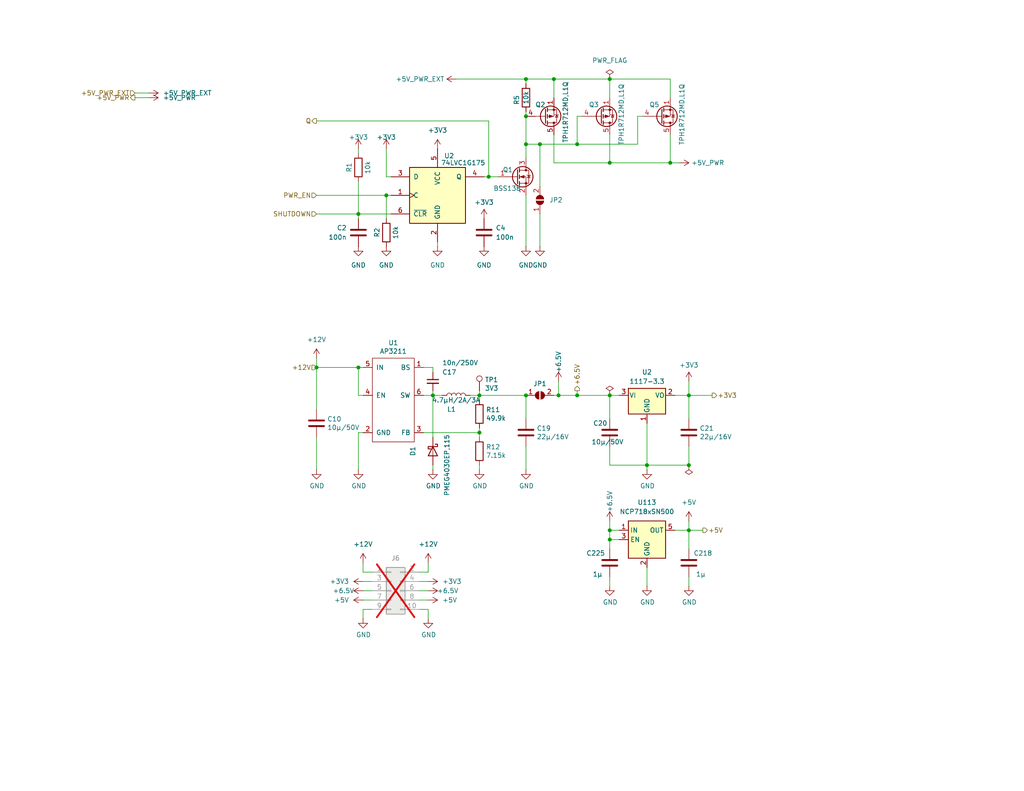
<source format=kicad_sch>
(kicad_sch (version 20231120) (generator "eeschema") (generator_version "8.0")
  (paper "A")
  (title_block (title "bitaxeHex") (date "2023-12-28") (rev "302"))
  (lib_symbols
    (symbol "74xGxx:74LVC1G175" (pin_names (offset 1.016))
      (property "Reference" "U" (at -5.08 10.16 0))
      (property "Value" "74LVC1G175" (at 10.16 -10.16 0))
      (symbol "74LVC1G175_0_1"
        (rectangle (start -7.62 7.62) (end 7.62 -7.62) (stroke (width 0.254)) (fill (type background)))
      )
      (symbol "74LVC1G175_1_1"
        (pin input clock (at -12.7 0 0) (length 5.08) (name "C") (number "1"))
        (pin power_in line (at 0 -12.7 90) (length 5.08) (name "GND") (number "2"))
        (pin input line (at -12.7 5.08 0) (length 5.08) (name "D") (number "3"))
        (pin output line (at 12.7 5.08 180) (length 5.08) (name "Q") (number "4"))
        (pin power_in line (at 0 12.7 270) (length 5.08) (name "VCC") (number "5"))
        (pin input line (at -12.7 -5.08 0) (length 5.08) (name "~{CLR}") (number "6"))
      )
    )
    (symbol "Connector:TestPoint" (pin_numbers hide) (pin_names (offset 0.762) hide)
      (property "Reference" "TP" (at 0 6.858 0))
      (property "Value" "TestPoint" (at 0 5.08 0))
      (symbol "TestPoint_0_1"
        (circle (center 0 3.302) (radius 0.762))
      )
      (symbol "TestPoint_1_1"
        (pin passive line (at 0 0 90) (length 2.54) (name "1") (number "1"))
      )
    )
    (symbol "Connector_Generic:Conn_02x05_Odd_Even" (pin_names (offset 1.016) hide)
      (property "Reference" "J" (at 1.27 7.62 0))
      (property "Value" "Conn_02x05_Odd_Even" (at 1.27 -7.62 0))
      (symbol "Conn_02x05_Odd_Even_1_1"
        (rectangle (start -1.27 -4.953) (end 0 -5.207) (stroke (width 0.1524)))
        (rectangle (start -1.27 -2.413) (end 0 -2.667) (stroke (width 0.1524)))
        (rectangle (start -1.27 0.127) (end 0 -0.127) (stroke (width 0.1524)))
        (rectangle (start -1.27 2.667) (end 0 2.413) (stroke (width 0.1524)))
        (rectangle (start -1.27 5.207) (end 0 4.953) (stroke (width 0.1524)))
        (rectangle (start -1.27 6.35) (end 3.81 -6.35) (stroke (width 0.254)) (fill (type background)))
        (rectangle (start 3.81 -4.953) (end 2.54 -5.207) (stroke (width 0.1524)))
        (rectangle (start 3.81 -2.413) (end 2.54 -2.667) (stroke (width 0.1524)))
        (rectangle (start 3.81 0.127) (end 2.54 -0.127) (stroke (width 0.1524)))
        (rectangle (start 3.81 2.667) (end 2.54 2.413) (stroke (width 0.1524)))
        (rectangle (start 3.81 5.207) (end 2.54 4.953) (stroke (width 0.1524)))
        (pin passive line (at -5.08 5.08 0) (length 3.81) (name "Pin_1") (number "1"))
        (pin passive line (at 7.62 -5.08 180) (length 3.81) (name "Pin_10") (number "10"))
        (pin passive line (at 7.62 5.08 180) (length 3.81) (name "Pin_2") (number "2"))
        (pin passive line (at -5.08 2.54 0) (length 3.81) (name "Pin_3") (number "3"))
        (pin passive line (at 7.62 2.54 180) (length 3.81) (name "Pin_4") (number "4"))
        (pin passive line (at -5.08 0 0) (length 3.81) (name "Pin_5") (number "5"))
        (pin passive line (at 7.62 0 180) (length 3.81) (name "Pin_6") (number "6"))
        (pin passive line (at -5.08 -2.54 0) (length 3.81) (name "Pin_7") (number "7"))
        (pin passive line (at 7.62 -2.54 180) (length 3.81) (name "Pin_8") (number "8"))
        (pin passive line (at -5.08 -5.08 0) (length 3.81) (name "Pin_9") (number "9"))
      )
    )
    (symbol "Device:C" (pin_numbers hide) (pin_names (offset 0.254))
      (property "Reference" "C" (at 0.635 2.54 0))
      (property "Value" "C" (at 0.635 -2.54 0))
      (symbol "C_0_1"
        (polyline (pts (xy -2.032 -0.762) (xy 2.032 -0.762)) (stroke (width 0.508)))
        (polyline (pts (xy -2.032 0.762) (xy 2.032 0.762)) (stroke (width 0.508)))
      )
      (symbol "C_1_1"
        (pin passive line (at 0 3.81 270) (length 2.794) (name "~") (number "1"))
        (pin passive line (at 0 -3.81 90) (length 2.794) (name "~") (number "2"))
      )
    )
    (symbol "Device:C_Small" (pin_numbers hide) (pin_names (offset 0.254) hide)
      (property "Reference" "C" (at 0.254 1.778 0))
      (property "Value" "C_Small" (at 0.254 -2.032 0))
      (symbol "C_Small_0_1"
        (polyline (pts (xy -1.524 -0.508) (xy 1.524 -0.508)) (stroke (width 0.3302)))
        (polyline (pts (xy -1.524 0.508) (xy 1.524 0.508)) (stroke (width 0.3048)))
      )
      (symbol "C_Small_1_1"
        (pin passive line (at 0 2.54 270) (length 2.032) (name "~") (number "1"))
        (pin passive line (at 0 -2.54 90) (length 2.032) (name "~") (number "2"))
      )
    )
    (symbol "Device:D_Schottky" (pin_numbers hide) (pin_names (offset 1.016) hide)
      (property "Reference" "D" (at 0 2.54 0))
      (property "Value" "D_Schottky" (at 0 -2.54 0))
      (symbol "D_Schottky_0_1"
        (polyline (pts (xy 1.27 0) (xy -1.27 0)))
        (polyline (pts (xy 1.27 1.27) (xy 1.27 -1.27) (xy -1.27 0) (xy 1.27 1.27)) (stroke (width 0.254)))
        (polyline (pts (xy -1.905 0.635) (xy -1.905 1.27) (xy -1.27 1.27) (xy -1.27 -1.27) (xy -0.635 -1.27) (xy -0.635 -0.635)) (stroke (width 0.254)))
      )
      (symbol "D_Schottky_1_1"
        (pin passive line (at -3.81 0 0) (length 2.54) (name "K") (number "1"))
        (pin passive line (at 3.81 0 180) (length 2.54) (name "A") (number "2"))
      )
    )
    (symbol "Device:L" (pin_numbers hide) (pin_names (offset 1.016) hide)
      (property "Reference" "L" (at -1.27 0 90))
      (property "Value" "L" (at 1.905 0 90))
      (symbol "L_0_1"
        (arc (start 0 -2.54) (mid 0.6323 -1.905) (end 0 -1.27))
        (arc (start 0 -1.27) (mid 0.6323 -0.635) (end 0 0))
        (arc (start 0 0) (mid 0.6323 0.635) (end 0 1.27))
        (arc (start 0 1.27) (mid 0.6323 1.905) (end 0 2.54))
      )
      (symbol "L_1_1"
        (pin passive line (at 0 3.81 270) (length 1.27) (name "1") (number "1"))
        (pin passive line (at 0 -3.81 90) (length 1.27) (name "2") (number "2"))
      )
    )
    (symbol "Device:R" (pin_numbers hide) (pin_names (offset 0))
      (property "Reference" "R" (at 2.032 0 90))
      (property "Value" "R" (at 0 0 90))
      (symbol "R_0_1"
        (rectangle (start -1.016 -2.54) (end 1.016 2.54) (stroke (width 0.254)))
      )
      (symbol "R_1_1"
        (pin passive line (at 0 3.81 270) (length 1.27) (name "~") (number "1"))
        (pin passive line (at 0 -3.81 90) (length 1.27) (name "~") (number "2"))
      )
    )
    (symbol "Jumper:SolderJumper_2_Open" (pin_names (offset 0) hide)
      (property "Reference" "JP" (at 0 2.032 0))
      (property "Value" "SolderJumper_2_Open" (at 0 -2.54 0))
      (symbol "SolderJumper_2_Open_0_1"
        (arc (start -0.254 1.016) (mid -1.2656 0) (end -0.254 -1.016))
        (arc (start -0.254 1.016) (mid -1.2656 0) (end -0.254 -1.016) (fill (type outline)))
        (polyline (pts (xy -0.254 1.016) (xy -0.254 -1.016)))
        (polyline (pts (xy 0.254 1.016) (xy 0.254 -1.016)))
        (arc (start 0.254 -1.016) (mid 1.2656 0) (end 0.254 1.016))
        (arc (start 0.254 -1.016) (mid 1.2656 0) (end 0.254 1.016) (fill (type outline)))
      )
      (symbol "SolderJumper_2_Open_1_1"
        (pin passive line (at -3.81 0 0) (length 2.54) (name "A") (number "1"))
        (pin passive line (at 3.81 0 180) (length 2.54) (name "B") (number "2"))
      )
    )
    (symbol "PWR_FLAG_1" (power) (pin_numbers hide) (pin_names (offset 0) hide)
      (property "Value" "PWR_FLAG" (at 0 3.81 0))
      (symbol "PWR_FLAG_1_0_0"
        (pin power_out line (at 0 0 90) (length 0) (name "~") (number "1"))
      )
      (symbol "PWR_FLAG_1_0_1"
        (polyline (pts (xy 0 0) (xy 0 1.27) (xy -1.016 1.905) (xy 0 2.54) (xy 1.016 1.905) (xy 0 1.27)))
      )
    )
    (symbol "Regulator_Linear:AZ1117-3.3" (pin_names (offset 0.254))
      (property "Reference" "U" (at -3.81 3.175 0))
      (property "Value" "AZ1117-3.3" (at 0 3.175 0))
      (symbol "AZ1117-3.3_0_1"
        (rectangle (start -5.08 1.905) (end 5.08 -5.08) (stroke (width 0.254)) (fill (type background)))
      )
      (symbol "AZ1117-3.3_1_1"
        (pin power_in line (at 0 -7.62 90) (length 2.54) (name "GND") (number "1"))
        (pin power_out line (at 7.62 0 180) (length 2.54) (name "VO") (number "2"))
        (pin power_in line (at -7.62 0 0) (length 2.54) (name "VI") (number "3"))
      )
    )
    (symbol "Regulator_Linear:NCP718xSN500"
      (property "Reference" "U" (at -3.81 6.35 0))
      (property "Value" "NCP718xSN500" (at 6.35 6.35 0))
      (symbol "NCP718xSN500_0_1"
        (rectangle (start -5.08 -5.08) (end 5.08 5.08) (stroke (width 0.254)) (fill (type background)))
        (pin power_in line (at -7.62 2.54 0) (length 2.54) (name "IN") (number "1"))
        (pin power_in line (at 0 -7.62 90) (length 2.54) (name "GND") (number "2"))
        (pin input line (at -7.62 0 0) (length 2.54) (name "EN") (number "3"))
        (pin no_connect line (at 5.08 0 180) (length 2.54) hide (name "NC") (number "4"))
        (pin power_out line (at 7.62 2.54 180) (length 2.54) (name "OUT") (number "5"))
      )
    )
    (symbol "Transistor_FET:AON6411" (pin_names hide)
      (property "Reference" "Q" (at 5.08 1.905 0))
      (property "Value" "AON6411" (at 5.08 0 0))
      (symbol "AON6411_0_1"
        (polyline (pts (xy 0.254 0) (xy -2.54 0)))
        (polyline (pts (xy 0.254 1.905) (xy 0.254 -1.905)) (stroke (width 0.254)))
        (polyline (pts (xy 0.762 -1.27) (xy 0.762 -2.286)) (stroke (width 0.254)))
        (polyline (pts (xy 0.762 0.508) (xy 0.762 -0.508)) (stroke (width 0.254)))
        (polyline (pts (xy 0.762 2.286) (xy 0.762 1.27)) (stroke (width 0.254)))
        (polyline (pts (xy 2.54 2.54) (xy 2.54 1.778)))
        (polyline (pts (xy 2.54 -2.54) (xy 2.54 0) (xy 0.762 0)))
        (polyline (pts (xy 0.762 1.778) (xy 3.302 1.778) (xy 3.302 -1.778) (xy 0.762 -1.778)))
        (polyline (pts (xy 2.286 0) (xy 1.27 0.381) (xy 1.27 -0.381) (xy 2.286 0)) (fill (type outline)))
        (polyline (pts (xy 2.794 -0.508) (xy 2.921 -0.381) (xy 3.683 -0.381) (xy 3.81 -0.254)))
        (polyline (pts (xy 3.302 -0.381) (xy 2.921 0.254) (xy 3.683 0.254) (xy 3.302 -0.381)))
        (circle (center 1.651 0) (radius 2.794) (stroke (width 0.254)))
        (circle (center 2.54 -1.778) (radius 0.254) (fill (type outline)))
        (circle (center 2.54 1.778) (radius 0.254) (fill (type outline)))
      )
      (symbol "AON6411_1_1"
        (pin passive line (at 2.54 -5.08 90) (length 2.54) (name "S") (number "1"))
        (pin passive line (at 2.54 -5.08 90) (length 2.54) hide (name "S") (number "2"))
        (pin passive line (at 2.54 -5.08 90) (length 2.54) hide (name "S") (number "3"))
        (pin input line (at -5.08 0 0) (length 2.54) (name "G") (number "4"))
        (pin passive line (at 2.54 5.08 270) (length 2.54) (name "D") (number "5"))
      )
    )
    (symbol "Transistor_FET:BSS138" (pin_names hide)
      (property "Reference" "Q" (at 5.08 1.905 0))
      (property "Value" "BSS138" (at 5.08 0 0))
      (symbol "BSS138_0_1"
        (polyline (pts (xy 0.254 0) (xy -2.54 0)))
        (polyline (pts (xy 0.254 1.905) (xy 0.254 -1.905)) (stroke (width 0.254)))
        (polyline (pts (xy 0.762 -1.27) (xy 0.762 -2.286)) (stroke (width 0.254)))
        (polyline (pts (xy 0.762 0.508) (xy 0.762 -0.508)) (stroke (width 0.254)))
        (polyline (pts (xy 0.762 2.286) (xy 0.762 1.27)) (stroke (width 0.254)))
        (polyline (pts (xy 2.54 2.54) (xy 2.54 1.778)))
        (polyline (pts (xy 2.54 -2.54) (xy 2.54 0) (xy 0.762 0)))
        (polyline (pts (xy 0.762 -1.778) (xy 3.302 -1.778) (xy 3.302 1.778) (xy 0.762 1.778)))
        (polyline (pts (xy 1.016 0) (xy 2.032 0.381) (xy 2.032 -0.381) (xy 1.016 0)) (fill (type outline)))
        (polyline (pts (xy 2.794 0.508) (xy 2.921 0.381) (xy 3.683 0.381) (xy 3.81 0.254)))
        (polyline (pts (xy 3.302 0.381) (xy 2.921 -0.254) (xy 3.683 -0.254) (xy 3.302 0.381)))
        (circle (center 1.651 0) (radius 2.794) (stroke (width 0.254)))
        (circle (center 2.54 -1.778) (radius 0.254) (fill (type outline)))
        (circle (center 2.54 1.778) (radius 0.254) (fill (type outline)))
      )
      (symbol "BSS138_1_1"
        (pin input line (at -5.08 0 0) (length 2.54) (name "G") (number "1"))
        (pin passive line (at 2.54 -5.08 90) (length 2.54) (name "S") (number "2"))
        (pin passive line (at 2.54 5.08 270) (length 2.54) (name "D") (number "3"))
      )
    )
    (symbol "mylib7:+5V_PWR" (power) (pin_names (offset 0))
      (property "Value" "+5V_PWR" (at 0 4.445 0))
      (symbol "+5V_PWR_0_1"
        (polyline (pts (xy -0.762 1.27) (xy 0 2.54)))
        (polyline (pts (xy 0 0) (xy 0 2.54)))
        (polyline (pts (xy 0 2.54) (xy 0.762 1.27)))
      )
      (symbol "+5V_PWR_1_1"
        (pin power_in line (at 0 0 90) (length 0) hide (name "+5V_PWR") (number "1"))
      )
    )
    (symbol "mylib7:+5V_PWR_EXT" (power) (pin_names (offset 0))
      (property "Value" "+5V_PWR_EXT" (at 0 4.445 0))
      (symbol "+5V_PWR_EXT_0_1"
        (polyline (pts (xy -0.762 1.27) (xy 0 2.54)))
        (polyline (pts (xy 0 0) (xy 0 2.54)))
        (polyline (pts (xy 0 2.54) (xy 0.762 1.27)))
      )
      (symbol "+5V_PWR_EXT_1_1"
        (pin power_in line (at 0 0 90) (length 0) hide (name "+5V_PWR_EXT") (number "1"))
      )
    )
    (symbol "mylib7:+6.5V" (power) (pin_names (offset 0))
      (property "Value" "+6.5V" (at 0 4.445 0))
      (symbol "+6.5V_0_1"
        (polyline (pts (xy -0.762 1.27) (xy 0 2.54)))
        (polyline (pts (xy 0 0) (xy 0 2.54)))
        (polyline (pts (xy 0 2.54) (xy 0.762 1.27)))
      )
      (symbol "+6.5V_1_1"
        (pin power_in line (at 0 0 90) (length 0) hide (name "+5V") (number "1"))
      )
    )
    (symbol "pferdibank-rescue:AP3211-mylib" (pin_names (offset 1.016))
      (property "Reference" "U" (at -5.08 11.43 0))
      (property "Value" "mylib_AP3211" (at 0 -15.24 0))
      (symbol "AP3211-mylib_0_1"
        (rectangle (start -6.35 10.16) (end 5.08 -12.7))
      )
      (symbol "AP3211-mylib_1_1"
        (pin passive line (at 7.62 7.62 180) (length 2.54) (name "BS") (number "1"))
        (pin power_in line (at -8.89 -10.16 0) (length 2.54) (name "GND") (number "2"))
        (pin input line (at 7.62 -10.16 180) (length 2.54) (name "FB") (number "3"))
        (pin input line (at -8.89 0 0) (length 2.54) (name "EN") (number "4"))
        (pin input line (at -8.89 7.62 0) (length 2.54) (name "IN") (number "5"))
        (pin power_out line (at 7.62 0 180) (length 2.54) (name "SW") (number "6"))
      )
    )
    (symbol "power:+12V" (power) (pin_names (offset 0))
      (property "Value" "+12V" (at 0 3.556 0))
      (symbol "+12V_0_1"
        (polyline (pts (xy -0.762 1.27) (xy 0 2.54)))
        (polyline (pts (xy 0 0) (xy 0 2.54)))
        (polyline (pts (xy 0 2.54) (xy 0.762 1.27)))
      )
      (symbol "+12V_1_1"
        (pin power_in line (at 0 0 90) (length 0) hide (name "+12V") (number "1"))
      )
    )
    (symbol "power:+3V3" (power) (pin_names (offset 0))
      (property "Value" "+3V3" (at 0 3.556 0))
      (symbol "+3V3_0_1"
        (polyline (pts (xy -0.762 1.27) (xy 0 2.54)))
        (polyline (pts (xy 0 0) (xy 0 2.54)))
        (polyline (pts (xy 0 2.54) (xy 0.762 1.27)))
      )
      (symbol "+3V3_1_1"
        (pin power_in line (at 0 0 90) (length 0) hide (name "+3V3") (number "1"))
      )
    )
    (symbol "power:+5V" (power) (pin_numbers hide) (pin_names (offset 0) hide)
      (property "Value" "+5V" (at 0 3.556 0))
      (symbol "+5V_0_1"
        (polyline (pts (xy -0.762 1.27) (xy 0 2.54)))
        (polyline (pts (xy 0 0) (xy 0 2.54)))
        (polyline (pts (xy 0 2.54) (xy 0.762 1.27)))
      )
      (symbol "+5V_1_1"
        (pin power_in line (at 0 0 90) (length 0) (name "~") (number "1"))
      )
    )
    (symbol "power:GND" (power) (pin_numbers hide) (pin_names (offset 0) hide)
      (property "Value" "GND" (at 0 -3.81 0))
      (symbol "GND_0_1"
        (polyline (pts (xy 0 0) (xy 0 -1.27) (xy 1.27 -1.27) (xy 0 -2.54) (xy -1.27 -1.27) (xy 0 -1.27)))
      )
      (symbol "GND_1_1"
        (pin power_in line (at 0 0 270) (length 0) (name "~") (number "1"))
      )
    )
    (symbol "power:PWR_FLAG" (power) (pin_numbers hide) (pin_names (offset 0) hide)
      (property "Value" "PWR_FLAG" (at 0 3.81 0))
      (symbol "PWR_FLAG_0_0"
        (pin power_out line (at 0 0 90) (length 0) (name "pwr") (number "1"))
      )
      (symbol "PWR_FLAG_0_1"
        (polyline (pts (xy 0 0) (xy 0 1.27) (xy -1.016 1.905) (xy 0 2.54) (xy 1.016 1.905) (xy 0 1.27)))
      )
    )
  )
  (junction (at 166.37 107.95))
  (junction (at 97.79 100.33))
  (junction (at 187.96 107.95))
  (junction (at 157.48 39.37))
  (junction (at 133.35 48.26))
  (junction (at 118.11 107.95))
  (junction (at 130.81 118.11))
  (junction (at 166.37 144.78))
  (junction (at 166.37 21.59))
  (junction (at 157.48 107.95))
  (junction (at 143.51 31.75))
  (junction (at 86.36 100.33))
  (junction (at 105.41 53.34))
  (junction (at 166.37 44.45))
  (junction (at 130.81 107.95))
  (junction (at 143.51 21.59))
  (junction (at 147.32 39.37))
  (junction (at 182.88 44.45))
  (junction (at 97.79 58.42))
  (junction (at 143.51 39.37))
  (junction (at 187.96 144.78))
  (junction (at 152.4 107.95))
  (junction (at 176.53 127))
  (junction (at 151.13 21.59))
  (junction (at 143.51 107.95))
  (junction (at 187.96 127))
  (junction (at 166.37 147.32))
  (wire (pts (xy 86.36 33.02) (xy 133.35 33.02)))
  (wire (pts (xy 130.81 107.95) (xy 128.27 107.95)))
  (wire (pts (xy 166.37 36.83) (xy 166.37 44.45)))
  (wire (pts (xy 130.81 118.11) (xy 130.81 116.84)))
  (wire (pts (xy 182.88 36.83) (xy 182.88 44.45)))
  (wire (pts (xy 187.96 107.95) (xy 187.96 114.3)))
  (wire (pts (xy 97.79 58.42) (xy 106.68 58.42)))
  (wire (pts (xy 166.37 21.59) (xy 182.88 21.59)))
  (wire (pts (xy 86.36 111.76) (xy 86.36 100.33)))
  (wire (pts (xy 187.96 144.78) (xy 187.96 149.86)))
  (wire (pts (xy 176.53 127) (xy 176.53 128.27)))
  (wire (pts (xy 99.06 163.83) (xy 101.6 163.83)))
  (wire (pts (xy 99.06 156.21) (xy 99.06 153.67)))
  (wire (pts (xy 143.51 53.34) (xy 143.51 67.31)))
  (wire (pts (xy 143.51 30.48) (xy 143.51 31.75)))
  (wire (pts (xy 157.48 31.75) (xy 157.48 39.37)))
  (wire (pts (xy 187.96 144.78) (xy 191.77 144.78)))
  (wire (pts (xy 187.96 104.14) (xy 187.96 107.95)))
  (wire (pts (xy 176.53 154.94) (xy 176.53 160.02)))
  (wire (pts (xy 99.06 161.29) (xy 101.6 161.29)))
  (wire (pts (xy 143.51 21.59) (xy 143.51 22.86)))
  (wire (pts (xy 184.15 144.78) (xy 187.96 144.78)))
  (wire (pts (xy 166.37 127) (xy 176.53 127)))
  (wire (pts (xy 143.51 39.37) (xy 147.32 39.37)))
  (wire (pts (xy 97.79 100.33) (xy 99.06 100.33)))
  (wire (pts (xy 147.32 39.37) (xy 147.32 50.8)))
  (wire (pts (xy 147.32 58.42) (xy 147.32 67.31)))
  (wire (pts (xy 152.4 107.95) (xy 151.13 107.95)))
  (wire (pts (xy 118.11 107.95) (xy 120.65 107.95)))
  (wire (pts (xy 116.84 166.37) (xy 114.3 166.37)))
  (wire (pts (xy 151.13 21.59) (xy 151.13 26.67)))
  (wire (pts (xy 130.81 119.38) (xy 130.81 118.11)))
  (wire (pts (xy 86.36 97.79) (xy 86.36 100.33)))
  (wire (pts (xy 97.79 49.53) (xy 97.79 58.42)))
  (wire (pts (xy 158.75 31.75) (xy 157.48 31.75)))
  (wire (pts (xy 184.15 107.95) (xy 187.96 107.95)))
  (wire (pts (xy 101.6 156.21) (xy 99.06 156.21)))
  (wire (pts (xy 157.48 106.68) (xy 157.48 107.95)))
  (wire (pts (xy 187.96 127) (xy 187.96 121.92)))
  (wire (pts (xy 151.13 44.45) (xy 166.37 44.45)))
  (wire (pts (xy 166.37 147.32) (xy 168.91 147.32)))
  (wire (pts (xy 99.06 166.37) (xy 101.6 166.37)))
  (wire (pts (xy 97.79 58.42) (xy 97.79 59.69)))
  (wire (pts (xy 147.32 39.37) (xy 157.48 39.37)))
  (wire (pts (xy 130.81 128.27) (xy 130.81 127)))
  (wire (pts (xy 86.36 58.42) (xy 97.79 58.42)))
  (wire (pts (xy 166.37 114.3) (xy 166.37 107.95)))
  (wire (pts (xy 97.79 40.64) (xy 97.79 41.91)))
  (wire (pts (xy 130.81 106.68) (xy 130.81 107.95)))
  (wire (pts (xy 166.37 147.32) (xy 166.37 149.86)))
  (wire (pts (xy 86.36 128.27) (xy 86.36 119.38)))
  (wire (pts (xy 143.51 39.37) (xy 143.51 43.18)))
  (wire (pts (xy 97.79 107.95) (xy 99.06 107.95)))
  (wire (pts (xy 182.88 21.59) (xy 182.88 26.67)))
  (wire (pts (xy 143.51 114.3) (xy 143.51 107.95)))
  (wire (pts (xy 152.4 104.14) (xy 152.4 107.95)))
  (wire (pts (xy 118.11 107.95) (xy 118.11 106.68)))
  (wire (pts (xy 97.79 118.11) (xy 99.06 118.11)))
  (wire (pts (xy 86.36 53.34) (xy 105.41 53.34)))
  (wire (pts (xy 133.35 33.02) (xy 133.35 48.26)))
  (wire (pts (xy 175.26 31.75) (xy 173.99 31.75)))
  (wire (pts (xy 166.37 44.45) (xy 182.88 44.45)))
  (wire (pts (xy 166.37 144.78) (xy 166.37 147.32)))
  (wire (pts (xy 114.3 158.75) (xy 116.84 158.75)))
  (wire (pts (xy 166.37 21.59) (xy 151.13 21.59)))
  (wire (pts (xy 97.79 128.27) (xy 97.79 118.11)))
  (wire (pts (xy 86.36 100.33) (xy 97.79 100.33)))
  (wire (pts (xy 114.3 161.29) (xy 116.84 161.29)))
  (wire (pts (xy 115.57 118.11) (xy 130.81 118.11)))
  (wire (pts (xy 173.99 31.75) (xy 173.99 39.37)))
  (wire (pts (xy 115.57 107.95) (xy 118.11 107.95)))
  (wire (pts (xy 116.84 153.67) (xy 116.84 156.21)))
  (wire (pts (xy 130.81 109.22) (xy 130.81 107.95)))
  (wire (pts (xy 166.37 157.48) (xy 166.37 160.02)))
  (wire (pts (xy 166.37 107.95) (xy 168.91 107.95)))
  (wire (pts (xy 187.96 142.24) (xy 187.96 144.78)))
  (wire (pts (xy 118.11 128.27) (xy 118.11 127)))
  (wire (pts (xy 176.53 127) (xy 187.96 127)))
  (wire (pts (xy 187.96 157.48) (xy 187.96 160.02)))
  (wire (pts (xy 99.06 158.75) (xy 101.6 158.75)))
  (wire (pts (xy 99.06 168.91) (xy 99.06 166.37)))
  (wire (pts (xy 118.11 100.33) (xy 118.11 101.6)))
  (wire (pts (xy 151.13 36.83) (xy 151.13 44.45)))
  (wire (pts (xy 187.96 107.95) (xy 194.31 107.95)))
  (wire (pts (xy 166.37 127) (xy 166.37 121.92)))
  (wire (pts (xy 115.57 100.33) (xy 118.11 100.33)))
  (wire (pts (xy 157.48 107.95) (xy 166.37 107.95)))
  (wire (pts (xy 114.3 163.83) (xy 116.84 163.83)))
  (wire (pts (xy 133.35 48.26) (xy 135.89 48.26)))
  (wire (pts (xy 97.79 100.33) (xy 97.79 107.95)))
  (wire (pts (xy 36.83 25.4) (xy 40.64 25.4)))
  (wire (pts (xy 116.84 156.21) (xy 114.3 156.21)))
  (wire (pts (xy 143.51 107.95) (xy 130.81 107.95)))
  (wire (pts (xy 182.88 44.45) (xy 185.42 44.45)))
  (wire (pts (xy 105.41 53.34) (xy 105.41 59.69)))
  (wire (pts (xy 157.48 39.37) (xy 173.99 39.37)))
  (wire (pts (xy 119.38 67.31) (xy 119.38 66.04)))
  (wire (pts (xy 105.41 53.34) (xy 106.68 53.34)))
  (wire (pts (xy 168.91 144.78) (xy 166.37 144.78)))
  (wire (pts (xy 152.4 107.95) (xy 157.48 107.95)))
  (wire (pts (xy 116.84 168.91) (xy 116.84 166.37)))
  (wire (pts (xy 105.41 40.64) (xy 105.41 48.26)))
  (wire (pts (xy 36.83 26.67) (xy 40.64 26.67)))
  (wire (pts (xy 124.46 21.59) (xy 143.51 21.59)))
  (wire (pts (xy 176.53 115.57) (xy 176.53 127)))
  (wire (pts (xy 143.51 31.75) (xy 143.51 39.37)))
  (wire (pts (xy 166.37 142.24) (xy 166.37 144.78)))
  (wire (pts (xy 105.41 48.26) (xy 106.68 48.26)))
  (wire (pts (xy 166.37 21.59) (xy 166.37 26.67)))
  (wire (pts (xy 132.08 48.26) (xy 133.35 48.26)))
  (wire (pts (xy 143.51 128.27) (xy 143.51 121.92)))
  (wire (pts (xy 151.13 21.59) (xy 143.51 21.59)))
  (wire (pts (xy 118.11 119.38) (xy 118.11 107.95)))
  (hierarchical_label "+6.5V" (shape output) (at 157.48 106.68 90))
  (hierarchical_label "Q" (shape output) (at 86.36 33.02 180))
  (hierarchical_label "+5V_PWR_EXT" (shape input) (at 36.83 25.4 180))
  (hierarchical_label "+12V" (shape input) (at 86.36 100.33 180))
  (hierarchical_label "+5V_PWR" (shape output) (at 36.83 26.67 180))
  (hierarchical_label "PWR_EN" (shape input) (at 86.36 53.34 180))
  (hierarchical_label "SHUTDOWN" (shape input) (at 86.36 58.42 180))
  (hierarchical_label "+3V3" (shape output) (at 194.31 107.95 0))
  (hierarchical_label "+5V" (shape output) (at 191.77 144.78 0))
  (symbol (lib_id "power:GND") (at 119.38 67.31 0) (unit 1)
    (property "Reference" "#PWR026" (effects (hide yes)))
    (property "Value" "GND" (at 119.38 72.39 0))
    (property "Description" "Power symbol creates a global label with name \"GND\" , ground" (effects (hide yes)))
  )
  (symbol (lib_id "power:GND") (at 143.51 128.27 0) (unit 1)
    (property "Reference" "#PWR032" (effects (hide yes)))
    (property "Value" "GND" (at 143.637 132.6642 0))
    (property "Description" "Power symbol creates a global label with name \"GND\" , ground" (effects (hide yes)))
  )
  (symbol (lib_id "mylib7:+6.5V") (at 152.4 104.14 0) (unit 1)
    (property "Reference" "#PWR034" (effects (hide yes)))
    (property "Value" "+6.5V" (at 152.4 98.806 90))
  )
  (symbol (lib_id "power:GND") (at 143.51 67.31 0) (unit 1)
    (property "Reference" "#PWR031" (effects (hide yes)))
    (property "Value" "GND" (at 143.51 72.39 0))
    (property "Description" "Power symbol creates a global label with name \"GND\" , ground" (effects (hide yes)))
  )
  (symbol (lib_id "Device:C") (at 187.96 153.67 0) (unit 1)
    (property "Reference" "C218" (at 189.23 151.765 0) (effects (justify left bottom)))
    (property "Value" "1µ" (at 189.865 157.48 0) (effects (justify left bottom)))
    (property "Footprint" "Capacitor_SMD:C_0805_2012Metric" (effects (hide yes)))
  )
  (symbol (lib_id "Device:D_Schottky") (at 118.11 123.19 270) (unit 1)
    (property "Reference" "D1" (at 112.6236 123.19 0))
    (property "Value" "PMEG4030EP,115" (at 121.92 127 0))
    (property "Footprint" "Diode_SMD:D_SOD-128" (effects (hide yes)))
    (property "Distributor" "D" (effects (hide yes)))
    (property "Manufacturer" "PMEG4030EP,115" (effects (hide yes)))
    (property "OrderNr" "1727-5841-1-ND" (effects (hide yes)))
  )
  (symbol (lib_id "power:+12V") (at 99.06 153.67 0) (unit 1)
    (property "Reference" "#PWR0237" (effects (hide yes)))
    (property "Value" "+12V" (at 99.06 148.59 0))
  )
  (symbol (lib_id "power:GND") (at 176.53 128.27 0) (unit 1)
    (property "Reference" "#PWR034" (effects (hide yes)))
    (property "Value" "GND" (at 176.657 132.6642 0))
    (property "Description" "Power symbol creates a global label with name \"GND\" , ground" (effects (hide yes)))
  )
  (symbol (lib_id "power:GND") (at 116.84 168.91 0) (unit 1)
    (property "Reference" "#PWR0375" (effects (hide yes)))
    (property "Value" "GND" (at 116.967 173.3042 0))
    (property "Description" "Power symbol creates a global label with name \"GND\" , ground" (effects (hide yes)))
  )
  (symbol (lib_id "Device:C") (at 97.79 63.5 0) (mirror y) (unit 1)
    (property "Reference" "C2" (at 94.615 62.23 0) (effects (justify left)))
    (property "Value" "100n" (at 94.615 64.77 0) (effects (justify left)))
    (property "Footprint" "Capacitor_SMD:C_0805_2012Metric" (effects (hide yes)))
  )
  (symbol (lib_id "power:+3V3") (at 187.96 104.14 0) (unit 1)
    (property "Reference" "#PWR035" (effects (hide yes)))
    (property "Value" "+3V3" (at 187.96 99.695 0))
  )
  (symbol (lib_id "Device:C") (at 132.08 63.5 0) (unit 1)
    (property "Reference" "C4" (at 135.255 62.23 0) (effects (justify left)))
    (property "Value" "100n" (at 135.255 64.77 0) (effects (justify left)))
    (property "Footprint" "Capacitor_SMD:C_0805_2012Metric" (effects (hide yes)))
  )
  (symbol (lib_id "power:GND") (at 105.41 67.31 0) (unit 1)
    (property "Reference" "#PWR023" (effects (hide yes)))
    (property "Value" "GND" (at 105.41 72.39 0))
    (property "Description" "Power symbol creates a global label with name \"GND\" , ground" (effects (hide yes)))
  )
  (symbol (lib_id "Device:R") (at 143.51 26.67 180) (unit 1)
    (property "Reference" "R5" (at 140.97 27.305 90))
    (property "Value" "10k" (at 143.51 26.67 90))
    (property "Footprint" "Resistor_SMD:R_0805_2012Metric" (effects (hide yes)))
  )
  (symbol (lib_id "power:+3V3") (at 116.84 158.75 270) (unit 1)
    (property "Reference" "#PWR0242" (effects (hide yes)))
    (property "Value" "+3V3" (at 120.65 158.7499 90) (effects (justify left)))
  )
  (symbol (lib_id "Regulator_Linear:NCP718xSN500") (at 176.53 147.32 0) (unit 1)
    (property "Reference" "U113" (at 176.53 137.16 0))
    (property "Value" "NCP718xSN500" (at 176.53 139.7 0))
    (property "Footprint" "Package_TO_SOT_SMD:SOT-23-5" (effects (hide yes)))
    (property "Datasheet" "https://www.onsemi.com/pub/Collateral/NCP718-D.PDF" (effects (hide yes)))
    (property "Description" "300-mA, Wide Input Voltage, Low-IQ LDO, 5.0V, SOT-23" (effects (hide yes)))
    (property "Distributor" "D" (effects (hide yes)))
    (property "Manufacturer" "NCP718BSN500T1G" (effects (hide yes)))
    (property "OrderNr" "NCP718BSN500T1GOSCT-ND" (effects (hide yes)))
  )
  (symbol (lib_id "power:+3V3") (at 105.41 40.64 0) (unit 1)
    (property "Reference" "#PWR022" (effects (hide yes)))
    (property "Value" "+3V3" (at 105.41 37.465 0))
  )
  (symbol (lib_id "power:+5V") (at 187.96 142.24 0) (unit 1)
    (property "Reference" "#PWR0445" (effects (hide yes)))
    (property "Value" "+5V" (at 187.96 137.16 0))
    (property "Description" "Power symbol creates a global label with name \"+5V\"" (effects (hide yes)))
  )
  (symbol (lib_id "power:GND") (at 99.06 168.91 0) (unit 1)
    (property "Reference" "#PWR0360" (effects (hide yes)))
    (property "Value" "GND" (at 99.187 173.3042 0))
    (property "Description" "Power symbol creates a global label with name \"GND\" , ground" (effects (hide yes)))
  )
  (symbol (lib_id "Transistor_FET:AON6411") (at 180.34 31.75 0) (mirror x) (unit 1)
    (property "Reference" "Q5" (at 177.165 28.575 0) (effects (justify left)))
    (property "Value" "TPH1R712MD,L1Q" (at 186.055 22.86 90) (effects (justify left)))
    (property "Footprint" "Package_TO_SOT_SMD:LFPAK56" (effects (hide yes)))
    (property "Datasheet" "http://www.aosmd.com/res/data_sheets/AON6411.pdf" (effects (hide yes)))
    (property "Distributor" "D" (effects (hide yes)))
    (property "Manufacturer" "TPH1R712MD,L1Q" (effects (hide yes)))
    (property "OrderNr" "TPH1R712MDL1QCT-ND" (effects (hide yes)))
  )
  (symbol (lib_id "Device:R") (at 97.79 45.72 180) (unit 1)
    (property "Reference" "R1" (at 95.25 45.72 90))
    (property "Value" "10k" (at 100.33 45.72 90))
    (property "Footprint" "Resistor_SMD:R_0805_2012Metric" (effects (hide yes)))
  )
  (symbol (lib_id "Device:C_Small") (at 118.11 104.14 0) (unit 1)
    (property "Reference" "C17" (at 120.65 101.6 0) (effects (justify left)))
    (property "Value" "10n/250V" (at 120.65 99.06 0) (effects (justify left)))
    (property "Footprint" "Capacitor_SMD:C_0805_2012Metric" (effects (hide yes)))
  )
  (symbol (lib_id "power:GND") (at 176.53 160.02 0) (unit 1)
    (property "Reference" "#PWR0402" (effects (hide yes)))
    (property "Value" "GND" (at 176.657 164.4142 0))
    (property "Description" "Power symbol creates a global label with name \"GND\" , ground" (effects (hide yes)))
  )
  (symbol (lib_id "power:GND") (at 118.11 128.27 0) (unit 1)
    (property "Reference" "#PWR030" (effects (hide yes)))
    (property "Value" "GND" (at 118.237 132.6642 0))
    (property "Description" "Power symbol creates a global label with name \"GND\" , ground" (effects (hide yes)))
  )
  (symbol (lib_name "PWR_FLAG_1") (lib_id "power:PWR_FLAG") (at 166.37 21.59 0) (unit 1)
    (property "Reference" "#FLG05" (effects (hide yes)))
    (property "Value" "PWR_FLAG" (at 166.37 16.51 0))
    (property "Description" "Special symbol for telling ERC where power comes from" (effects (hide yes)))
  )
  (symbol (lib_id "power:GND") (at 130.81 128.27 0) (unit 1)
    (property "Reference" "#PWR031" (effects (hide yes)))
    (property "Value" "GND" (at 130.937 132.6642 0))
    (property "Description" "Power symbol creates a global label with name \"GND\" , ground" (effects (hide yes)))
  )
  (symbol (lib_id "power:GND") (at 166.37 160.02 0) (unit 1)
    (property "Reference" "#PWR0431" (effects (hide yes)))
    (property "Value" "GND" (at 166.497 164.4142 0))
    (property "Description" "Power symbol creates a global label with name \"GND\" , ground" (effects (hide yes)))
  )
  (symbol (lib_id "pferdibank-rescue:AP3211-mylib") (at 107.95 107.95 0) (unit 1)
    (property "Reference" "U1" (at 107.315 93.599 0))
    (property "Value" "AP3211" (at 107.315 95.9104 0))
    (property "Footprint" "Package_TO_SOT_SMD:SOT-23-6" (effects (hide yes)))
    (property "Distributor" "D" (effects (hide yes)))
    (property "Manufacturer" "AP3211KTR-G1" (effects (hide yes)))
    (property "OrderNr" "AP3211KTR-G1DICT-ND" (effects (hide yes)))
  )
  (symbol (lib_id "74xGxx:74LVC1G175") (at 119.38 53.34 0) (unit 1)
    (property "Reference" "U2" (at 122.555 42.545 0))
    (property "Value" "74LVC1G175" (at 126.365 44.45 0))
    (property "Footprint" "Package_TO_SOT_SMD:SOT-23-6" (effects (hide yes)))
    (property "Datasheet" "http://www.ti.com/lit/sg/scyt129e/scyt129e.pdf" (effects (hide yes)))
    (property "Distributor" "D" (effects (hide yes)))
    (property "Manufacturer" "SN74LVC1G175DBVR" (effects (hide yes)))
    (property "OrderNr" "296-17617-1-ND" (effects (hide yes)))
  )
  (symbol (lib_id "Connector:TestPoint") (at 130.81 106.68 0) (unit 1)
    (property "Reference" "TP1" (at 132.2832 103.6828 0) (effects (justify left)))
    (property "Value" "3V3" (at 132.2832 105.9942 0) (effects (justify left)))
    (property "Footprint" "TestPoint:TestPoint_Pad_2.0x2.0mm" (effects (hide yes)))
    (property "Distributor" "-" (effects (hide yes)))
  )
  (symbol (lib_id "Transistor_FET:AON6411") (at 163.83 31.75 0) (mirror x) (unit 1)
    (property "Reference" "Q3" (at 160.655 28.575 0) (effects (justify left)))
    (property "Value" "TPH1R712MD,L1Q" (at 169.545 22.86 90) (effects (justify left)))
    (property "Footprint" "Package_TO_SOT_SMD:LFPAK56" (effects (hide yes)))
    (property "Datasheet" "http://www.aosmd.com/res/data_sheets/AON6411.pdf" (effects (hide yes)))
    (property "Distributor" "D" (effects (hide yes)))
    (property "Manufacturer" "TPH1R712MD,L1Q" (effects (hide yes)))
    (property "OrderNr" "TPH1R712MDL1QCT-ND" (effects (hide yes)))
  )
  (symbol (lib_id "Jumper:SolderJumper_2_Open") (at 147.32 54.61 90) (unit 1)
    (property "Reference" "JP2" (at 149.86 54.61 90) (effects (justify right)))
    (property "Value" "SolderJumper_2_Open" (effects (hide yes)))
    (property "Footprint" "Jumper:SolderJumper-2_P1.3mm_Open_RoundedPad1.0x1.5mm" (effects (hide yes)))
    (property "Distributor" "-" (effects (hide yes)))
  )
  (symbol (lib_id "power:+5V") (at 116.84 163.83 270) (unit 1)
    (property "Reference" "#PWR0355" (effects (hide yes)))
    (property "Value" "+5V" (at 120.65 163.8299 90) (effects (justify left)))
    (property "Description" "Power symbol creates a global label with name \"+5V\"" (effects (hide yes)))
  )
  (symbol (lib_id "Device:C") (at 187.96 118.11 0) (unit 1)
    (property "Reference" "C21" (at 190.881 116.9416 0) (effects (justify left)))
    (property "Value" "22µ/16V" (at 190.881 119.253 0) (effects (justify left)))
    (property "Footprint" "Capacitor_SMD:C_1206_3216Metric" (effects (hide yes)))
  )
  (symbol (lib_id "Device:L") (at 124.46 107.95 90) (unit 1)
    (property "Reference" "L1" (at 123.19 111.76 90))
    (property "Value" "4.7µH/2A/3A" (at 124.46 109.22 90))
    (property "Footprint" "Inductor_SMD:L_Taiyo-Yuden_NR-50xx" (effects (hide yes)))
    (property "Distributor" "D" (effects (hide yes)))
    (property "Manufacturer" "LQH5BPN4R7NT0L" (effects (hide yes)))
    (property "OrderNr" "490-7779-1-ND" (effects (hide yes)))
  )
  (symbol (lib_id "power:+3V3") (at 99.06 158.75 90) (unit 1)
    (property "Reference" "#PWR0266" (effects (hide yes)))
    (property "Value" "+3V3" (at 95.25 158.7499 90) (effects (justify left)))
  )
  (symbol (lib_id "Connector_Generic:Conn_02x05_Odd_Even") (at 106.68 161.29 0) (unit 1) (in_bom no) (dnp yes)
    (property "Reference" "J6" (at 107.95 152.4 0))
    (property "Value" "Conn_02x05_Odd_Even" (effects (hide yes)))
    (property "Footprint" "myfootprints:PinHeader_IDC_2x05_P1.27mm_Vertical_SMD" (effects (hide yes)))
    (property "Description" "Generic connector, double row, 02x05, odd/even pin numbering scheme (row 1 odd numbers, row 2 even numbers), script generated (kicad-library-utils/schlib/autogen/connector/)" (effects (hide yes)))
  )
  (symbol (lib_id "Device:C") (at 166.37 118.11 0) (mirror y) (unit 1)
    (property "Reference" "C20" (at 165.735 115.57 0) (effects (justify left)))
    (property "Value" "10µ/50V" (at 170.18 120.65 0) (effects (justify left)))
    (property "Footprint" "Capacitor_SMD:C_1206_3216Metric" (effects (hide yes)))
    (property "Distributor" "D" (effects (hide yes)))
    (property "Manufacturer" "CAY16-1002F4LF" (effects (hide yes)))
    (property "OrderNr" "CAY16-1002F4LFCT-ND" (effects (hide yes)))
  )
  (symbol (lib_id "Device:C") (at 143.51 118.11 0) (unit 1)
    (property "Reference" "C19" (at 146.431 116.9416 0) (effects (justify left)))
    (property "Value" "22µ/16V" (at 146.431 119.253 0) (effects (justify left)))
    (property "Footprint" "Capacitor_SMD:C_1206_3216Metric" (effects (hide yes)))
  )
  (symbol (lib_id "Regulator_Linear:AZ1117-3.3") (at 176.53 107.95 0) (unit 1)
    (property "Reference" "U2" (at 176.53 101.6 0))
    (property "Value" "1117-3.3" (at 176.53 104.14 0))
    (property "Footprint" "Package_TO_SOT_SMD:SOT-223-3_TabPin2" (effects (hide yes)))
    (property "Datasheet" "https://www.diodes.com/assets/Datasheets/AZ1117.pdf" (effects (hide yes)))
    (property "Distributor" "D" (effects (hide yes)))
    (property "Manufacturer" "LM1117IMPX-3.3/NOPB" (effects (hide yes)))
    (property "OrderNr" "LM1117IMPX-3.3/NOPBCT-ND" (effects (hide yes)))
  )
  (symbol (lib_id "power:GND") (at 147.32 67.31 0) (unit 1)
    (property "Reference" "#PWR033" (effects (hide yes)))
    (property "Value" "GND" (at 147.32 72.39 0))
    (property "Description" "Power symbol creates a global label with name \"GND\" , ground" (effects (hide yes)))
  )
  (symbol (lib_id "mylib7:+6.5V") (at 99.06 161.29 90) (unit 1)
    (property "Reference" "#PWR0352" (effects (hide yes)))
    (property "Value" "+6.5V" (at 93.726 161.29 90))
  )
  (symbol (lib_id "Device:C") (at 86.36 115.57 0) (unit 1)
    (property "Reference" "C10" (at 89.281 114.4016 0) (effects (justify left)))
    (property "Value" "10µ/50V" (at 89.281 116.713 0) (effects (justify left)))
    (property "Footprint" "Capacitor_SMD:C_1206_3216Metric" (effects (hide yes)))
    (property "Distributor" "D" (effects (hide yes)))
    (property "Manufacturer" "CAY16-1002F4LF" (effects (hide yes)))
    (property "OrderNr" "CAY16-1002F4LFCT-ND" (effects (hide yes)))
  )
  (symbol (lib_id "power:+3V3") (at 97.79 40.64 0) (unit 1)
    (property "Reference" "#PWR020" (effects (hide yes)))
    (property "Value" "+3V3" (at 97.79 37.465 0))
  )
  (symbol (lib_id "mylib7:+6.5V") (at 166.37 142.24 0) (unit 1)
    (property "Reference" "#PWR0444" (effects (hide yes)))
    (property "Value" "+6.5V" (at 166.37 136.906 90))
  )
  (symbol (lib_id "mylib7:+6.5V") (at 116.84 161.29 270) (unit 1)
    (property "Reference" "#PWR0351" (effects (hide yes)))
    (property "Value" "+6.5V" (at 122.174 161.29 90))
  )
  (symbol (lib_id "mylib7:+5V_PWR_EXT") (at 124.46 21.59 90) (unit 1)
    (property "Reference" "#PWR030" (effects (hide yes)))
    (property "Value" "+5V_PWR_EXT" (at 121.285 21.59 90) (effects (justify left)))
  )
  (symbol (lib_id "Transistor_FET:BSS138") (at 140.97 48.26 0) (unit 1)
    (property "Reference" "Q1" (at 137.16 46.355 0) (effects (justify left)))
    (property "Value" "BSS138" (at 134.62 51.435 0) (effects (justify left)))
    (property "Footprint" "Package_TO_SOT_SMD:SOT-23" (effects (hide yes)))
    (property "Datasheet" "https://www.onsemi.com/pub/Collateral/BSS138-D.PDF" (effects (hide yes)))
  )
  (symbol (lib_id "power:GND") (at 97.79 128.27 0) (unit 1)
    (property "Reference" "#PWR029" (effects (hide yes)))
    (property "Value" "GND" (at 97.917 132.6642 0))
    (property "Description" "Power symbol creates a global label with name \"GND\" , ground" (effects (hide yes)))
  )
  (symbol (lib_id "Transistor_FET:AON6411") (at 148.59 31.75 0) (mirror x) (unit 1)
    (property "Reference" "Q2" (at 146.05 28.575 0) (effects (justify left)))
    (property "Value" "TPH1R712MD,L1Q" (at 154.305 22.225 90) (effects (justify left)))
    (property "Footprint" "Package_TO_SOT_SMD:LFPAK56" (effects (hide yes)))
    (property "Datasheet" "http://www.aosmd.com/res/data_sheets/AON6411.pdf" (effects (hide yes)))
    (property "Distributor" "D" (effects (hide yes)))
    (property "Manufacturer" "TPH1R712MD,L1Q" (effects (hide yes)))
    (property "OrderNr" "TPH1R712MDL1QCT-ND" (effects (hide yes)))
  )
  (symbol (lib_id "power:+3V3") (at 132.08 59.69 0) (unit 1)
    (property "Reference" "#PWR028" (effects (hide yes)))
    (property "Value" "+3V3" (at 132.08 55.245 0))
  )
  (symbol (lib_id "Device:R") (at 105.41 63.5 180) (unit 1)
    (property "Reference" "R2" (at 102.87 63.5 90))
    (property "Value" "10k" (at 107.95 63.5 90))
    (property "Footprint" "Resistor_SMD:R_0805_2012Metric" (effects (hide yes)))
  )
  (symbol (lib_id "power:GND") (at 97.79 67.31 0) (unit 1)
    (property "Reference" "#PWR021" (effects (hide yes)))
    (property "Value" "GND" (at 97.79 72.39 0))
    (property "Description" "Power symbol creates a global label with name \"GND\" , ground" (effects (hide yes)))
  )
  (symbol (lib_id "Jumper:SolderJumper_2_Open") (at 147.32 107.95 0) (unit 1)
    (property "Reference" "JP1" (at 147.32 104.775 0))
    (property "Value" "SolderJumper_2_Open" (effects (hide yes)))
    (property "Footprint" "Jumper:SolderJumper-2_P1.3mm_Open_RoundedPad1.0x1.5mm" (effects (hide yes)))
    (property "Distributor" "-" (effects (hide yes)))
  )
  (symbol (lib_id "power:GND") (at 132.08 67.31 0) (unit 1)
    (property "Reference" "#PWR029" (effects (hide yes)))
    (property "Value" "GND" (at 132.08 72.39 0))
    (property "Description" "Power symbol creates a global label with name \"GND\" , ground" (effects (hide yes)))
  )
  (symbol (lib_id "power:GND") (at 86.36 128.27 0) (unit 1)
    (property "Reference" "#PWR028" (effects (hide yes)))
    (property "Value" "GND" (at 86.487 132.6642 0))
    (property "Description" "Power symbol creates a global label with name \"GND\" , ground" (effects (hide yes)))
  )
  (symbol (lib_id "power:PWR_FLAG") (at 166.37 107.95 0) (unit 1)
    (property "Reference" "#FLG01" (effects (hide yes)))
    (property "Value" "PWR_FLAG" (effects (hide yes)))
  )
  (symbol (lib_id "Device:R") (at 130.81 113.03 0) (unit 1)
    (property "Reference" "R11" (at 132.588 111.8616 0) (effects (justify left)))
    (property "Value" "49.9k" (at 132.588 114.173 0) (effects (justify left)))
    (property "Footprint" "Resistor_SMD:R_0805_2012Metric" (effects (hide yes)))
    (property "Distributor" "D" (effects (hide yes)))
    (property "Manufacturer" "RC0805FR-0749K9L" (effects (hide yes)))
    (property "OrderNr" "311-49.9KCRCT-ND" (effects (hide yes)))
  )
  (symbol (lib_id "power:+12V") (at 116.84 153.67 0) (unit 1)
    (property "Reference" "#PWR0240" (effects (hide yes)))
    (property "Value" "+12V" (at 116.84 148.59 0))
  )
  (symbol (lib_id "power:+12V") (at 86.36 97.79 0) (unit 1)
    (property "Reference" "#PWR015" (effects (hide yes)))
    (property "Value" "+12V" (at 86.36 92.71 0))
  )
  (symbol (lib_id "Device:R") (at 130.81 123.19 0) (unit 1)
    (property "Reference" "R12" (at 132.588 122.0216 0) (effects (justify left)))
    (property "Value" "7.15k" (at 132.588 124.333 0) (effects (justify left)))
    (property "Footprint" "Resistor_SMD:R_0805_2012Metric" (effects (hide yes)))
    (property "Distributor" "D" (effects (hide yes)))
    (property "Manufacturer" "RMCF0805FT7K15" (effects (hide yes)))
    (property "OrderNr" "RMCF0805FT7K15CT-ND" (effects (hide yes)))
  )
  (symbol (lib_id "power:+5V") (at 99.06 163.83 90) (unit 1)
    (property "Reference" "#PWR0358" (effects (hide yes)))
    (property "Value" "+5V" (at 95.25 163.8299 90) (effects (justify left)))
    (property "Description" "Power symbol creates a global label with name \"+5V\"" (effects (hide yes)))
  )
  (symbol (lib_id "mylib7:+5V_PWR") (at 185.42 44.45 270) (unit 1)
    (property "Reference" "#PWR036" (effects (hide yes)))
    (property "Value" "+5V_PWR" (at 188.595 44.45 90) (effects (justify left)))
  )
  (symbol (lib_id "Device:C") (at 166.37 153.67 0) (mirror y) (unit 1)
    (property "Reference" "C225" (at 165.1 151.765 0) (effects (justify left bottom)))
    (property "Value" "1µ" (at 164.465 157.48 0) (effects (justify left bottom)))
    (property "Footprint" "Capacitor_SMD:C_0805_2012Metric" (effects (hide yes)))
  )
  (symbol (lib_id "power:+3V3") (at 119.38 40.64 0) (unit 1)
    (property "Reference" "#PWR025" (effects (hide yes)))
    (property "Value" "+3V3" (at 119.38 35.56 0))
  )
  (symbol (lib_id "power:GND") (at 187.96 160.02 0) (unit 1)
    (property "Reference" "#PWR0432" (effects (hide yes)))
    (property "Value" "GND" (at 188.087 164.4142 0))
    (property "Description" "Power symbol creates a global label with name \"GND\" , ground" (effects (hide yes)))
  )
  (symbol (lib_id "power:PWR_FLAG") (at 187.96 127 180) (unit 1)
    (property "Reference" "#FLG02" (effects (hide yes)))
    (property "Value" "PWR_FLAG" (effects (hide yes)))
  )
  (symbol (lib_id "mylib7:+5V_PWR") (at 40.64 26.67 270) (unit 1)
    (property "Reference" "#PWR016" (effects (hide yes)))
    (property "Value" "+5V_PWR" (at 44.45 26.67 90) (effects (justify left)))
  )
  (symbol (lib_id "mylib7:+5V_PWR_EXT") (at 40.64 25.4 270) (unit 1)
    (property "Reference" "#PWR015" (effects (hide yes)))
    (property "Value" "+5V_PWR_EXT" (at 44.45 25.4 90) (effects (justify left)))
  )
)
</source>
